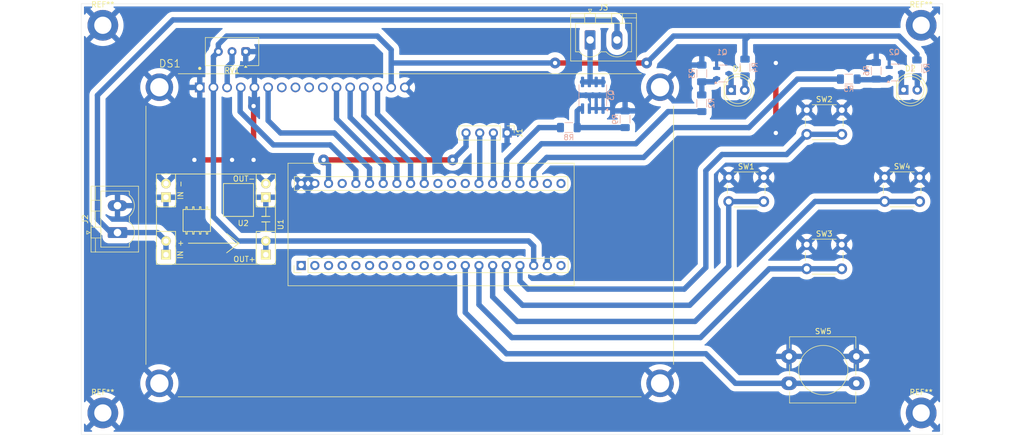
<source format=kicad_pcb>
(kicad_pcb (version 20240108) (generator "pcbnew") (generator_version "8.0")
  (layers (0 "F.Cu" signal) (31 "B.Cu" signal) (34 "B.Paste" user) (35 "F.Paste" user) (36 "B.SilkS" user "B.Silkscreen") (37 "F.SilkS" user "F.Silkscreen") (38 "B.Mask" user) (39 "F.Mask" user) (44 "Edge.Cuts" user))
  (net 0 "")
  (net 1 "Net-(D1-A)")
  (net 2 "Net-(D1-K)")
  (net 3 "Net-(D2-A)")
  (net 4 "Net-(D2-K)")
  (net 5 "+5V")
  (net 7 "GND")
  (net 9 "Net-(DS1-V0)")
  (net 12 "+12V")
  (net 13 "Net-(Q1-B)")
  (net 14 "Net-(Q2-B)")
  (net 15 "Net-(Q3-G)")
  (net 16 "led1")
  (net 17 "led2")
  (net 18 "out")
  (net 24 "sw5")
  (net 25 "sw4")
  (net 26 "sw1")
  (net 27 "sw2")
  (net 28 "sw3")
  (net 29 "lcd4")
  (net 30 "lcdRS")
  (net 31 "lcd7")
  (net 32 "lcd6")
  (net 33 "lcd5")
  (net 34 "lcdE")
  (net 37 "Net-(J3-Pin_1)")
  (net 38 "hx711_sck")
  (net 39 "hx711_dt")
  (net 51 "Net-(J1-Pin_4)")
  (footprint "Connector_Phoenix_MSTB:PhoenixContact_MSTBVA_2,5_2-G_1x02_P5.00mm_Vertical" (layer "F.Cu") (at 144.5 76.7225)
    (property "Reference" "J3" (at 2.5 -6 0) (layer "F.SilkS"))
    (property "Value" "Conn_01x02_Pin")
    (pad "1" thru_hole roundrect (at 0 0) (size 2 3.6) (drill 1.4) (layers "*.Cu" "*.Mask") (roundrect_rratio 0.125) (net 37 "Net-(J3-Pin_1)"))
    (pad "2" thru_hole oval (at 5 0) (size 2 3.6) (drill 1.4) (layers "*.Cu" "*.Mask") (net 12 "+12V"))
  )
  (footprint "Misc_Modules:MP1584" (layer "F.Cu") (at 75 110)
    (property "Reference" "U2" (at 5.08 0.762 0) (layer "F.SilkS"))
    (property "Value" "MP1584")
    (fp_text user "IN +" (at -6.604 5.63372 90) (layer "F.SilkS"))
    (fp_text user "IN -" (at -6.56336 -5.37972 90) (layer "F.SilkS"))
    (fp_text user "OUT+" (at 5.3086 7.45236 0) (layer "F.SilkS"))
    (fp_text user "OUT-" (at 5.2324 -7.493 0) (layer "F.SilkS"))
    (pad "1" thru_hole circle (at -9.271 4.064) (size 1.8 1.8) (drill 1) (layers "*.Cu" "*.Mask" "F.SilkS") (net 12 "+12V"))
    (pad "1" thru_hole rect (at -9.271 6.604) (size 1.8 1.8) (drill 1) (layers "*.Cu" "*.Mask" "F.SilkS") (net 12 "+12V"))
    (pad "2" thru_hole circle (at -9.271 -6.604) (size 1.8 1.8) (drill 1) (layers "*.Cu" "*.Mask" "F.SilkS") (net 7 "GND"))
    (pad "2" thru_hole rect (at -9.271 -4.064) (size 1.8 1.8) (drill 1) (layers "*.Cu" "*.Mask" "F.SilkS") (net 7 "GND"))
    (pad "3" thru_hole circle (at 9.271 4.064) (size 1.8 1.8) (drill 1) (layers "*.Cu" "*.Mask" "F.SilkS") (net 5 "+5V"))
    (pad "3" thru_hole rect (at 9.271 6.604) (size 1.8 1.8) (drill 1) (layers "*.Cu" "*.Mask" "F.SilkS") (net 5 "+5V"))
    (pad "4" thru_hole circle (at 9.271 -6.604) (size 1.8 1.8) (drill 1) (layers "*.Cu" "*.Mask" "F.SilkS") (net 7 "GND"))
    (pad "4" thru_hole rect (at 9.271 -4.064) (size 1.8 1.8) (drill 1) (layers "*.Cu" "*.Mask" "F.SilkS") (net 7 "GND"))
  )
  (footprint "Connector_PinHeader_2.54mm:PinHeader_1x04_P2.54mm_Vertical" (layer "F.Cu") (at 129.08 94 -90)
    (property "Reference" "J1" (at 0 -2.33 90) (layer "F.SilkS"))
    (property "Value" "Conn_01x04_Pin")
    (pad "1" thru_hole rect (at 0 0 270) (size 1.7 1.7) (drill 1) (layers "*.Cu" "*.Mask") (net 7 "GND"))
    (pad "2" thru_hole oval (at 0 2.54 270) (size 1.7 1.7) (drill 1) (layers "*.Cu" "*.Mask") (net 39 "hx711_dt"))
    (pad "3" thru_hole oval (at 0 5.08 270) (size 1.7 1.7) (drill 1) (layers "*.Cu" "*.Mask") (net 38 "hx711_sck"))
    (pad "4" thru_hole oval (at 0 7.62 270) (size 1.7 1.7) (drill 1) (layers "*.Cu" "*.Mask") (net 51 "Net-(J1-Pin_4)"))
  )
  (footprint "Button_Switch_THT:SW_PUSH_6mm_H5mm" (layer "F.Cu") (at 199.215613 102.223081)
    (property "Reference" "SW4" (at 3.25 -2 0) (layer "F.SilkS"))
    (property "Value" "SW_Push")
    (pad "1" thru_hole circle (at 0 0 90) (size 2 2) (drill 1.1) (layers "*.Cu" "*.Mask") (net 7 "GND"))
    (pad "1" thru_hole circle (at 6.5 0 90) (size 2 2) (drill 1.1) (layers "*.Cu" "*.Mask") (net 7 "GND"))
    (pad "2" thru_hole circle (at 0 4.5 90) (size 2 2) (drill 1.1) (layers "*.Cu" "*.Mask") (net 25 "sw4"))
    (pad "2" thru_hole circle (at 6.5 4.5 90) (size 2 2) (drill 1.1) (layers "*.Cu" "*.Mask") (net 25 "sw4"))
  )
  (footprint "Button_Switch_THT:SW_PUSH_6mm_H5mm" (layer "F.Cu") (at 184.75 89.75)
    (property "Reference" "SW2" (at 3.25 -2 0) (layer "F.SilkS"))
    (property "Value" "SW_Push")
    (pad "1" thru_hole circle (at 0 0 90) (size 2 2) (drill 1.1) (layers "*.Cu" "*.Mask") (net 7 "GND"))
    (pad "1" thru_hole circle (at 6.5 0 90) (size 2 2) (drill 1.1) (layers "*.Cu" "*.Mask") (net 7 "GND"))
    (pad "2" thru_hole circle (at 0 4.5 90) (size 2 2) (drill 1.1) (layers "*.Cu" "*.Mask") (net 27 "sw2"))
    (pad "2" thru_hole circle (at 6.5 4.5 90) (size 2 2) (drill 1.1) (layers "*.Cu" "*.Mask") (net 27 "sw2"))
  )
  (footprint "MountingHole:MountingHole_3.2mm_M3_ISO7380_Pad_TopBottom" (layer "F.Cu") (at 54 74)
    (property "Reference" "REF**" (at 0 -3.85 0) (layer "F.SilkS"))
    (property "Value" "MountingHole_3.2mm_M3_ISO7380_Pad_TopBottom")
    (pad "1" thru_hole circle (at 0 0) (size 3.6 3.6) (drill 3.2) (layers "*.Cu" "*.Mask"))
    (pad "1" connect circle (at 0 0) (size 5.7 5.7) (layers "F.Cu" "F.Mask"))
    (pad "1" connect circle (at 0 0) (size 5.7 5.7) (layers "B.Cu" "B.Mask") (net 7 "GND"))
  )
  (footprint "LED_THT:LED_D5.0mm" (layer "F.Cu") (at 202.73374 85.987104)
    (property "Reference" "D2" (at 1.27 -3.96 0) (layer "F.SilkS"))
    (property "Value" "LED")
    (pad "1" thru_hole rect (at 0 0) (size 1.8 1.8) (drill 0.9) (layers "*.Cu" "*.Mask") (net 4 "Net-(D2-K)"))
    (pad "2" thru_hole circle (at 2.54 0) (size 1.8 1.8) (drill 0.9) (layers "*.Cu" "*.Mask") (net 3 "Net-(D2-A)"))
  )
  (footprint "Connector_Phoenix_MSTB:PhoenixContact_MSTBVA_2,5_2-G_1x02_P5.00mm_Vertical" (layer "F.Cu") (at 56.7225 112.5 90)
    (property "Reference" "J2" (at 2.5 -6 90) (layer "F.SilkS"))
    (property "Value" "Conn_01x02_Pin")
    (pad "1" thru_hole roundrect (at 0 0 90) (size 2 3.6) (drill 1.4) (layers "*.Cu" "*.Mask") (roundrect_rratio 0.125) (net 12 "+12V"))
    (pad "2" thru_hole oval (at 5 0 90) (size 2 3.6) (drill 1.4) (layers "*.Cu" "*.Mask") (net 7 "GND"))
  )
  (footprint "Button_Switch_THT:SW_PUSH_6mm_H5mm" (layer "F.Cu") (at 184.739674 114.727647)
    (property "Reference" "SW3" (at 3.25 -2 0) (layer "F.SilkS"))
    (property "Value" "SW_Push")
    (pad "1" thru_hole circle (at 0 0 90) (size 2 2) (drill 1.1) (layers "*.Cu" "*.Mask") (net 7 "GND"))
    (pad "1" thru_hole circle (at 6.5 0 90) (size 2 2) (drill 1.1) (layers "*.Cu" "*.Mask") (net 7 "GND"))
    (pad "2" thru_hole circle (at 0 4.5 90) (size 2 2) (drill 1.1) (layers "*.Cu" "*.Mask") (net 28 "sw3"))
    (pad "2" thru_hole circle (at 6.5 4.5 90) (size 2 2) (drill 1.1) (layers "*.Cu" "*.Mask") (net 28 "sw3"))
  )
  (footprint "Potentiometer_THT:Potentiometer_Vishay_T93YA_Vertical" (layer "F.Cu") (at 80.54 78.8875 180)
    (property "Reference" "RV1" (at 2.54 -3.5 0) (layer "F.SilkS"))
    (property "Value" "R_Potentiometer")
    (pad "1" thru_hole roundrect (at 0 0 180) (size 1.65 1.65) (drill 0.85) (layers "*.Cu" "*.Mask") (net 7 "GND"))
    (pad "2" thru_hole circle (at 2.54 0 180) (size 1.65 1.65) (drill 0.85) (layers "*.Cu" "*.Mask") (net 9 "Net-(DS1-V0)"))
    (pad "3" thru_hole circle (at 5.08 0 180) (size 1.65 1.65) (drill 0.85) (layers "*.Cu" "*.Mask") (net 5 "+5V"))
  )
  (footprint "MountingHole:MountingHole_3.2mm_M3_ISO7380_Pad_TopBottom" (layer "F.Cu") (at 206 74)
    (property "Reference" "REF**" (at 0 -3.85 0) (layer "F.SilkS"))
    (property "Value" "MountingHole_3.2mm_M3_ISO7380_Pad_TopBottom")
    (pad "1" thru_hole circle (at 0 0) (size 3.6 3.6) (drill 3.2) (layers "*.Cu" "*.Mask"))
    (pad "1" connect circle (at 0 0) (size 5.7 5.7) (layers "F.Cu" "F.Mask"))
    (pad "1" connect circle (at 0 0) (size 5.7 5.7) (layers "B.Cu" "B.Mask") (net 7 "GND"))
  )
  (footprint "MountingHole:MountingHole_3.2mm_M3_ISO7380_Pad_TopBottom" (layer "F.Cu") (at 206 146)
    (property "Reference" "REF**" (at 0 -3.85 0) (layer "F.SilkS"))
    (property "Value" "MountingHole_3.2mm_M3_ISO7380_Pad_TopBottom")
    (pad "1" thru_hole circle (at 0 0) (size 3.6 3.6) (drill 3.2) (layers "*.Cu" "*.Mask"))
    (pad "1" connect circle (at 0 0) (size 5.7 5.7) (layers "F.Cu" "F.Mask"))
    (pad "1" connect circle (at 0 0) (size 5.7 5.7) (layers "B.Cu" "B.Mask") (net 7 "GND"))
  )
  (footprint "lcd20x4:LCD_LCD-20X4B" (layer "F.Cu") (at 111 113)
    (property "Reference" "DS1" (at -44.555 -31.889 0) (layer "F.SilkS") (effects (font (size 1.4 1.4))))
    (property "Value" "LCD-20X4B")
    (pad "1" thru_hole rect (at -39 -27.46) (size 1.8 1.8) (drill 1.2) (layers "*.Cu" "*.Mask") (net 7 "GND"))
    (pad "2" thru_hole circle (at -36.46 -27.46) (size 1.8 1.8) (drill 1.2) (layers "*.Cu" "*.Mask") (net 5 "+5V"))
    (pad "3" thru_hole circle (at -33.92 -27.46) (size 1.8 1.8) (drill 1.2) (layers "*.Cu" "*.Mask") (net 9 "Net-(DS1-V0)"))
    (pad "4" thru_hole circle (at -31.38 -27.46) (size 1.8 1.8) (drill 1.2) (layers "*.Cu" "*.Mask") (net 30 "lcdRS"))
    (pad "5" thru_hole circle (at -28.84 -27.46) (size 1.8 1.8) (drill 1.2) (layers "*.Cu" "*.Mask") (net 7 "GND"))
    (pad "6" thru_hole circle (at -26.3 -27.46) (size 1.8 1.8) (drill 1.2) (layers "*.Cu" "*.Mask") (net 34 "lcdE"))
    (pad "7" thru_hole circle (at -23.76 -27.46) (size 1.8 1.8) (drill 1.2) (layers "*.Cu" "*.Mask"))
    (pad "8" thru_hole circle (at -21.22 -27.46) (size 1.8 1.8) (drill 1.2) (layers "*.Cu" "*.Mask"))
    (pad "9" thru_hole circle (at -18.68 -27.46) (size 1.8 1.8) (drill 1.2) (layers "*.Cu" "*.Mask"))
    (pad "10" thru_hole circle (at -16.14 -27.46) (size 1.8 1.8) (drill 1.2) (layers "*.Cu" "*.Mask"))
    (pad "11" thru_hole circle (at -13.6 -27.46) (size 1.8 1.8) (drill 1.2) (layers "*.Cu" "*.Mask") (net 29 "lcd4"))
    (pad "12" thru_hole circle (at -11.06 -27.46) (size 1.8 1.8) (drill 1.2) (layers "*.Cu" "*.Mask") (net 33 "lcd5"))
    (pad "13" thru_hole circle (at -8.52 -27.46) (size 1.8 1.8) (drill 1.2) (layers "*.Cu" "*.Mask") (net 32 "lcd6"))
    (pad "14" thru_hole circle (at -5.98 -27.46) (size 1.8 1.8) (drill 1.2) (layers "*.Cu" "*.Mask") (net 31 "lcd7"))
    (pad "15" thru_hole circle (at -3.44 -27.46) (size 1.8 1.8) (drill 1.2) (layers "*.Cu" "*.Mask") (net 5 "+5V"))
    (pad "16" thru_hole circle (at -0.9 -27.46) (size 1.8 1.8) (drill 1.2) (layers "*.Cu" "*.Mask") (net 7 "GND"))
    (pad "S1" thru_hole circle (at -46.5 -27.5) (size 5.1 5.1) (drill 3.4) (layers "*.Cu" "*.Mask") (net 7 "GND"))
    (pad "S2" thru_hole circle (at 46.5 -27.5) (size 5.1 5.1) (drill 3.4) (layers "*.Cu" "*.Mask") (net 7 "GND"))
    (pad "S3" thru_hole circle (at -46.5 27.5) (size 5.1 5.1) (drill 3.4) (layers "*.Cu" "*.Mask") (net 7 "GND"))
    (pad "S4" thru_hole circle (at 46.5 27.5) (size 5.1 5.1) (drill 3.4) (layers "*.Cu" "*.Mask") (net 7 "GND"))
  )
  (footprint "LED_THT:LED_D5.0mm" (layer "F.Cu") (at 170.687824 86.03579)
    (property "Reference" "D1" (at 1.27 -3.96 0) (layer "F.SilkS"))
    (property "Value" "LED")
    (pad "1" thru_hole rect (at 0 0) (size 1.8 1.8) (drill 0.9) (layers "*.Cu" "*.Mask") (net 2 "Net-(D1-K)"))
    (pad "2" thru_hole circle (at 2.54 0) (size 1.8 1.8) (drill 0.9) (layers "*.Cu" "*.Mask") (net 1 "Net-(D1-A)"))
  )
  (footprint "MountingHole:MountingHole_3.2mm_M3_ISO7380_Pad_TopBottom" (layer "F.Cu") (at 54 146)
    (property "Reference" "REF**" (at 0 -3.85 0) (layer "F.SilkS"))
    (property "Value" "MountingHole_3.2mm_M3_ISO7380_Pad_TopBottom")
    (pad "1" thru_hole circle (at 0 0) (size 3.6 3.6) (drill 3.2) (layers "*.Cu" "*.Mask"))
    (pad "1" connect circle (at 0 0) (size 5.7 5.7) (layers "F.Cu" "F.Mask"))
    (pad "1" connect circle (at 0 0) (size 5.7 5.7) (layers "B.Cu" "B.Mask") (net 7 "GND"))
  )
  (footprint "Button_Switch_THT:SW_PUSH-12mm_Wuerth-430476085716" (layer "F.Cu") (at 181.4508 135.5)
    (property "Reference" "SW5" (at 6.35 -4.66 0) (layer "F.SilkS"))
    (property "Value" "SW_Push")
    (pad "1" thru_hole oval (at 0 0) (size 3 2.5) (drill 1.2) (layers "*.Cu" "*.Mask") (net 7 "GND"))
    (pad "1" thru_hole oval (at 12.5 0) (size 3 2.5) (drill 1.2) (layers "*.Cu" "*.Mask") (net 7 "GND"))
    (pad "2" thru_hole oval (at 0 5) (size 3 2.5) (drill 1.2) (layers "*.Cu" "*.Mask") (net 24 "sw5"))
    (pad "2" thru_hole oval (at 12.5 5) (size 3 2.5) (drill 1.2) (layers "*.Cu" "*.Mask") (net 24 "sw5"))
  )
  (footprint "bluepill:YAAJ_BluePill_2" (layer "F.Cu") (at 90.84 118.62 90)
    (property "Reference" "U1" (at 7.62 -3.81 90) (layer "F.SilkS"))
    (property "Value" "YAAJ_BluePill_Part_Like" (hide yes))
    (pad "1" thru_hole rect (at 0 0 90) (size 1.7 1.7) (drill 1) (layers "*.Cu" "*.Mask"))
    (pad "2" thru_hole circle (at 0 2.54 90) (size 1.7 1.7) (drill 1) (layers "*.Cu" "*.Mask"))
    (pad "3" thru_hole circle (at 0 5.08 90) (size 1.7 1.7) (drill 1) (layers "*.Cu" "*.Mask"))
    (pad "4" thru_hole circle (at 0 7.62 90) (size 1.7 1.7) (drill 1) (layers "*.Cu" "*.Mask"))
    (pad "5" thru_hole circle (at 0 10.16 90) (size 1.7 1.7) (drill 1) (layers "*.Cu" "*.Mask"))
    (pad "6" thru_hole circle (at 0 12.7 90) (size 1.7 1.7) (drill 1) (layers "*.Cu" "*.Mask"))
    (pad "7" thru_hole circle (at 0 15.24 90) (size 1.7 1.7) (drill 1) (layers "*.Cu" "*.Mask"))
    (pad "8" thru_hole circle (at 0 17.78 90) (size 1.7 1.7) (drill 1) (layers "*.Cu" "*.Mask"))
    (pad "9" thru_hole circle (at 0 20.32 90) (size 1.7 1.7) (drill 1) (layers "*.Cu" "*.Mask"))
    (pad "10" thru_hole circle (at 0 22.86 90) (size 1.7 1.7) (drill 1) (layers "*.Cu" "*.Mask"))
    (pad "11" thru_hole circle (at 0 25.4 90) (size 1.7 1.7) (drill 1) (layers "*.Cu" "*.Mask"))
    (pad "12" thru_hole circle (at 0 27.94 90) (size 1.7 1.7) (drill 1) (layers "*.Cu" "*.Mask"))
    (pad "13" thru_hole circle (at 0 30.48 90) (size 1.7 1.7) (drill 1) (layers "*.Cu" "*.Mask") (net 24 "sw5"))
    (pad "14" thru_hole circle (at 0 33.02 90) (size 1.7 1.7) (drill 1) (layers "*.Cu" "*.Mask") (net 28 "sw3"))
    (pad "15" thru_hole circle (at 0 35.56 90) (size 1.7 1.7) (drill 1) (layers "*.Cu" "*.Mask") (net 25 "sw4"))
    (pad "16" thru_hole circle (at 0 38.1 90) (size 1.7 1.7) (drill 1) (layers "*.Cu" "*.Mask") (net 26 "sw1"))
    (pad "17" thru_hole circle (at 0 40.64 90) (size 1.7 1.7) (drill 1) (layers "*.Cu" "*.Mask") (net 27 "sw2"))
    (pad "18" thru_hole circle (at 0 43.18 90) (size 1.7 1.7) (drill 1) (layers "*.Cu" "*.Mask") (net 5 "+5V"))
    (pad "19" thru_hole circle (at 0 45.72 90) (size 1.7 1.7) (drill 1) (layers "*.Cu" "*.Mask") (net 7 "GND"))
    (pad "20" thru_hole circle (at 0 48.26 90) (size 1.7 1.7) (drill 1) (layers "*.Cu" "*.Mask"))
    (pad "21" thru_hole circle (at 15.24 48.26 90) (size 1.7 1.7) (drill 1) (layers "*.Cu" "*.Mask"))
    (pad "22" thru_hole circle (at 15.24 45.72 90) (size 1.7 1.7) (drill 1) (layers "*.Cu" "*.Mask"))
    (pad "23" thru_hole circle (at 15.24 43.18 90) (size 1.7 1.7) (drill 1) (layers "*.Cu" "*.Mask") (net 17 "led2"))
    (pad "24" thru_hole circle (at 15.24 40.64 90) (size 1.7 1.7) (drill 1) (layers "*.Cu" "*.Mask") (net 16 "led1"))
    (pad "25" thru_hole circle (at 15.24 38.1 90) (size 1.7 1.7) (drill 1) (layers "*.Cu" "*.Mask") (net 18 "out"))
    (pad "26" thru_hole circle (at 15.24 35.56 90) (size 1.7 1.7) (drill 1) (layers "*.Cu" "*.Mask") (net 39 "hx711_dt"))
    (pad "27" thru_hole circle (at 15.24 33.02 90) (size 1.7 1.7) (drill 1) (layers "*.Cu" "*.Mask") (net 38 "hx711_sck"))
    (pad "28" thru_hole circle (at 15.24 30.48 90) (size 1.7 1.7) (drill 1) (layers "*.Cu" "*.Mask"))
    (pad "29" thru_hole circle (at 15.24 27.94 90) (size 1.7 1.7) (drill 1) (layers "*.Cu" "*.Mask"))
    (pad "30" thru_hole circle (at 15.24 25.4 90) (size 1.7 1.7) (drill 1) (layers "*.Cu" "*.Mask"))
    (pad "31" thru_hole circle (at 15.24 22.86 90) (size 1.7 1.7) (drill 1) (layers "*.Cu" "*.Mask") (net 31 "lcd7"))
    (pad "32" thru_hole circle (at 15.24 20.32 90) (size 1.7 1.7) (drill 1) (layers "*.Cu" "*.Mask") (net 32 "lcd6"))
    (pad "33" thru_hole circle (at 15.24 17.78 90) (size 1.7 1.7) (drill 1) (layers "*.Cu" "*.Mask") (net 33 "lcd5"))
    (pad "34" thru_hole circle (at 15.24 15.24 90) (size 1.7 1.7) (drill 1) (layers "*.Cu" "*.Mask") (net 29 "lcd4"))
    (pad "35" thru_hole circle (at 15.24 12.7 90) (size 1.7 1.7) (drill 1) (layers "*.Cu" "*.Mask") (net 34 "lcdE"))
    (pad "36" thru_hole circle (at 15.24 10.16 90) (size 1.7 1.7) (drill 1) (layers "*.Cu" "*.Mask") (net 30 "lcdRS"))
    (pad "37" thru_hole circle (at 15.24 7.62 90) (size 1.7 1.7) (drill 1) (layers "*.Cu" "*.Mask"))
    (pad "38" thru_hole circle (at 15.24 5.08 90) (size 1.7 1.7) (drill 1) (layers "*.Cu" "*.Mask") (net 51 "Net-(J1-Pin_4)"))
    (pad "39" thru_hole circle (at 15.24 2.54 90) (size 1.7 1.7) (drill 1) (layers "*.Cu" "*.Mask") (net 7 "GND"))
    (pad "40" thru_hole circle (at 15.24 0 90) (size 1.7 1.7) (drill 1) (layers "*.Cu" "*.Mask") (net 7 "GND"))
  )
  (footprint "Button_Switch_THT:SW_PUSH_6mm_H5mm" (layer "F.Cu") (at 170.249421 102.238917)
    (property "Reference" "SW1" (at 3.25 -2 0) (layer "F.SilkS"))
    (property "Value" "SW_Push")
    (pad "1" thru_hole circle (at 0 0 90) (size 2 2) (drill 1.1) (layers "*.Cu" "*.Mask") (net 7 "GND"))
    (pad "1" thru_hole circle (at 6.5 0 90) (size 2 2) (drill 1.1) (layers "*.Cu" "*.Mask") (net 7 "GND"))
    (pad "2" thru_hole circle (at 0 4.5 90) (size 2 2) (drill 1.1) (layers "*.Cu" "*.Mask") (net 26 "sw1"))
    (pad "2" thru_hole circle (at 6.5 4.5 90) (size 2 2) (drill 1.1) (layers "*.Cu" "*.Mask") (net 26 "sw1"))
  )
  (footprint "Resistor_SMD:R_1206_3216Metric_Pad1.30x1.75mm_HandSolder" (layer "B.Cu") (at 173.278178 81.841584 90)
    (property "Reference" "R4" (at 0 1.82 90) (layer "B.SilkS") (effects (justify mirror)))
    (property "Value" "R")
    (pad "1" smd roundrect (at -1.55 0 90) (size 1.3 1.75) (layers "B.Cu" "B.Paste" "B.Mask") (roundrect_rratio 0.192308) (net 1 "Net-(D1-A)"))
    (pad "2" smd roundrect (at 1.55 0 90) (size 1.3 1.75) (layers "B.Cu" "B.Paste" "B.Mask") (roundrect_rratio 0.192308) (net 5 "+5V"))
  )
  (footprint "Resistor_SMD:R_1206_3216Metric_Pad1.30x1.75mm_HandSolder" (layer "B.Cu") (at 205.205679 81.989769 90)
    (property "Reference" "R7" (at 0 1.82 90) (layer "B.SilkS") (effects (justify mirror)))
    (property "Value" "R")
    (pad "1" smd roundrect (at -1.55 0 90) (size 1.3 1.75) (layers "B.Cu" "B.Paste" "B.Mask") (roundrect_rratio 0.192308) (net 3 "Net-(D2-A)"))
    (pad "2" smd roundrect (at 1.55 0 90) (size 1.3 1.75) (layers "B.Cu" "B.Paste" "B.Mask") (roundrect_rratio 0.192308) (net 5 "+5V"))
  )
  (footprint "Resistor_SMD:R_1206_3216Metric_Pad1.30x1.75mm_HandSolder" (layer "B.Cu") (at 192.55 84)
    (property "Reference" "R5" (at 0 1.82 0) (layer "B.SilkS") (effects (justify mirror)))
    (property "Value" "R")
    (pad "1" smd roundrect (at -1.55 0) (size 1.3 1.75) (layers "B.Cu" "B.Paste" "B.Mask") (roundrect_rratio 0.192308) (net 17 "led2"))
    (pad "2" smd roundrect (at 1.55 0) (size 1.3 1.75) (layers "B.Cu" "B.Paste" "B.Mask") (roundrect_rratio 0.192308) (net 14 "Net-(Q2-B)"))
  )
  (footprint "Resistor_SMD:R_1206_3216Metric_Pad1.30x1.75mm_HandSolder" (layer "B.Cu") (at 165.248733 82.937803 -90)
    (property "Reference" "R3" (at 0 1.82 90) (layer "B.SilkS") (effects (justify mirror)))
    (property "Value" "R")
    (pad "1" smd roundrect (at -1.55 0 270) (size 1.3 1.75) (layers "B.Cu" "B.Paste" "B.Mask") (roundrect_rratio 0.192308) (net 7 "GND"))
    (pad "2" smd roundrect (at 1.55 0 270) (size 1.3 1.75) (layers "B.Cu" "B.Paste" "B.Mask") (roundrect_rratio 0.192308) (net 13 "Net-(Q1-B)"))
  )
  (footprint "Package_TO_SOT_SMD:SOT-23-3" (layer "B.Cu") (at 201.194491 82.768519)
    (property "Reference" "Q2" (at -0.194491 -3.768519 0) (layer "B.SilkS") (effects (justify mirror)))
    (property "Value" "Q_NPN_BEC")
    (pad "1" smd roundrect (at -1.1375 0.95) (size 1.325 0.6) (layers "B.Cu" "B.Paste" "B.Mask") (net 14 "Net-(Q2-B)"))
    (pad "2" smd roundrect (at -1.1375 -0.95) (size 1.325 0.6) (layers "B.Cu" "B.Paste" "B.Mask") (net 7 "GND"))
    (pad "3" smd roundrect (at 1.1375 0) (size 1.325 0.6) (layers "B.Cu" "B.Paste" "B.Mask") (net 4 "Net-(D2-K)"))
  )
  (footprint "Package_TO_SOT_SMD:SOT-23-3" (layer "B.Cu") (at 169.1375 82.95)
    (property "Reference" "Q1" (at -0.1375 -3.95 0) (layer "B.SilkS") (effects (justify mirror)))
    (property "Value" "Q_NPN_BEC")
    (pad "1" smd roundrect (at -1.1375 0.95) (size 1.325 0.6) (layers "B.Cu" "B.Paste" "B.Mask") (net 13 "Net-(Q1-B)"))
    (pad "2" smd roundrect (at -1.1375 -0.95) (size 1.325 0.6) (layers "B.Cu" "B.Paste" "B.Mask") (net 7 "GND"))
    (pad "3" smd roundrect (at 1.1375 0) (size 1.325 0.6) (layers "B.Cu" "B.Paste" "B.Mask") (net 2 "Net-(D1-K)"))
  )
  (footprint "Package_SO:SOIC-8_3.9x4.9mm_P1.27mm" (layer "B.Cu") (at 145 87 90)
    (property "Reference" "Q3" (at 0 3.4 90) (layer "B.SilkS") (effects (justify mirror)))
    (property "Value" "FDS6630A")
    (pad "1" smd roundrect (at -2.475 1.905 90) (size 1.95 0.6) (layers "B.Cu" "B.Paste" "B.Mask") (net 7 "GND"))
    (pad "2" smd roundrect (at -2.475 0.635 90) (size 1.95 0.6) (layers "B.Cu" "B.Paste" "B.Mask") (net 7 "GND"))
    (pad "3" smd roundrect (at -2.475 -0.635 90) (size 1.95 0.6) (layers "B.Cu" "B.Paste" "B.Mask") (net 7 "GND"))
    (pad "4" smd roundrect (at -2.475 -1.905 90) (size 1.95 0.6) (layers "B.Cu" "B.Paste" "B.Mask") (net 15 "Net-(Q3-G)"))
    (pad "5" smd roundrect (at 2.475 -1.905 90) (size 1.95 0.6) (layers "B.Cu" "B.Paste" "B.Mask") (net 37 "Net-(J3-Pin_1)"))
    (pad "6" smd roundrect (at 2.475 -0.635 90) (size 1.95 0.6) (layers "B.Cu" "B.Paste" "B.Mask") (net 37 "Net-(J3-Pin_1)"))
    (pad "7" smd roundrect (at 2.475 0.635 90) (size 1.95 0.6) (layers "B.Cu" "B.Paste" "B.Mask") (net 37 "Net-(J3-Pin_1)"))
    (pad "8" smd roundrect (at 2.475 1.905 90) (size 1.95 0.6) (layers "B.Cu" "B.Paste" "B.Mask") (net 37 "Net-(J3-Pin_1)"))
  )
  (footprint "Resistor_SMD:R_1206_3216Metric_Pad1.30x1.75mm_HandSolder" (layer "B.Cu") (at 140.55 93)
    (property "Reference" "R8" (at 0 1.82 0) (layer "B.SilkS") (effects (justify mirror)))
    (property "Value" "R")
    (pad "1" smd roundrect (at -1.55 0) (size 1.3 1.75) (layers "B.Cu" "B.Paste" "B.Mask") (roundrect_rratio 0.192308) (net 18 "out"))
    (pad "2" smd roundrect (at 1.55 0) (size 1.3 1.75) (layers "B.Cu" "B.Paste" "B.Mask") (roundrect_rratio 0.192308) (net 15 "Net-(Q3-G)"))
  )
  (footprint "Resistor_SMD:R_1206_3216Metric_Pad1.30x1.75mm_HandSolder" (layer "B.Cu") (at 151 91.45 -90)
    (property "Reference" "R9" (at 0 1.82 90) (layer "B.SilkS") (effects (justify mirror)))
    (property "Value" "R")
    (pad "1" smd roundrect (at -1.55 0 270) (size 1.3 1.75) (layers "B.Cu" "B.Paste" "B.Mask") (roundrect_rratio 0.192308) (net 7 "GND"))
    (pad "2" smd roundrect (at 1.55 0 270) (size 1.3 1.75) (layers "B.Cu" "B.Paste" "B.Mask") (roundrect_rratio 0.192308) (net 15 "Net-(Q3-G)"))
  )
  (footprint "Resistor_SMD:R_1206_3216Metric_Pad1.30x1.75mm_HandSolder" (layer "B.Cu") (at 165.234373 88.477908 90)
    (property "Reference" "R2" (at 0 1.82 90) (layer "B.SilkS") (effects (justify mirror)))
    (property "Value" "R")
    (pad "1" smd roundrect (at -1.55 0 90) (size 1.3 1.75) (layers "B.Cu" "B.Paste" "B.Mask") (roundrect_rratio 0.192308) (net 16 "led1"))
    (pad "2" smd roundrect (at 1.55 0 90) (size 1.3 1.75) (layers "B.Cu" "B.Paste" "B.Mask") (roundrect_rratio 0.192308) (net 13 "Net-(Q1-B)"))
  )
  (footprint "Resistor_SMD:R_1206_3216Metric_Pad1.30x1.75mm_HandSolder" (layer "B.Cu") (at 197.645476 82.45 -90)
    (property "Reference" "R6" (at 0 1.82 90) (layer "B.SilkS") (effects (justify mirror)))
    (property "Value" "R")
    (pad "1" smd roundrect (at -1.55 0 270) (size 1.3 1.75) (layers "B.Cu" "B.Paste" "B.Mask") (roundrect_rratio 0.192308) (net 7 "GND"))
    (pad "2" smd roundrect (at 1.55 0 270) (size 1.3 1.75) (layers "B.Cu" "B.Paste" "B.Mask") (roundrect_rratio 0.192308) (net 14 "Net-(Q2-B)"))
  )
  (gr_line (start 50 70) (end 50 150) (stroke (width 0.05)) (layer "Edge.Cuts"))
  (gr_line (start 210 150) (end 210 70) (stroke (width 0.05)) (layer "Edge.Cuts"))
  (gr_line (start 210 70) (end 50 70) (stroke (width 0.05)) (layer "Edge.Cuts"))
  (gr_line (start 50 150) (end 210 150) (stroke (width 0.05)) (layer "Edge.Cuts"))
  (segment (start 173.278178 85.985436) (end 173.227824 86.03579) (width 1) (layer "B.Cu") (net 1))
  (segment (start 173.278178 83.391584) (end 173.278178 85.985436) (width 1) (layer "B.Cu") (net 1))
  (segment (start 170.687824 83.362824) (end 170.687824 86.03579) (width 1) (layer "B.Cu") (net 2))
  (segment (start 170.275 82.95) (end 170.687824 83.362824) (width 1) (layer "B.Cu") (net 2))
  (segment (start 205.27374 83.60783) (end 205.205679 83.539769) (width 1) (layer "B.Cu") (net 3))
  (segment (start 205.27374 85.987104) (end 205.27374 83.60783) (width 1) (layer "B.Cu") (net 3))
  (segment (start 202.331991 82.768519) (end 202.331991 85.585355) (width 1) (layer "B.Cu") (net 4))
  (segment (start 202.331991 85.585355) (end 202.73374 85.987104) (width 1) (layer "B.Cu") (net 4))
  (segment (start 155 81) (end 138 81) (width 1) (layer "F.Cu") (net 5))
  (via (at 155 81) (size 2) (drill 0.8) (layers "F.Cu" "B.Cu") (net 5))
  (via (at 138 81) (size 2) (drill 0.8) (layers "F.Cu" "B.Cu") (net 5))
  (segment (start 201.848171 76) (end 205.205679 79.357508) (width 1) (layer "B.Cu") (net 5))
  (segment (start 74.54 79.8075) (end 75.46 78.8875) (width 1) (layer "B.Cu") (net 5))
  (segment (start 105 76) (end 107.56 78.56) (width 1) (layer "B.Cu") (net 5))
  (segment (start 173.278178 76.721822) (end 174 76) (width 1) (layer "B.Cu") (net 5))
  (segment (start 133.064 114.064) (end 84.271 114.064) (width 1) (layer "B.Cu") (net 5))
  (segment (start 174 76) (end 201.848171 76) (width 1) (layer "B.Cu") (net 5))
  (segment (start 134.02 115.02) (end 133.064 114.064) (width 1) (layer "B.Cu") (net 5))
  (segment (start 84.271 114.064) (end 84.271 116.604) (width 1) (layer "B.Cu") (net 5))
  (segment (start 75.46 78.8875) (end 75.46 77.54) (width 1) (layer "B.Cu") (net 5))
  (segment (start 205.205679 79.357508) (end 205.205679 80.439769) (width 1) (layer "B.Cu") (net 5))
  (segment (start 74.54 85.54) (end 74.54 109.54) (width 1) (layer "B.Cu") (net 5))
  (segment (start 160 76) (end 174 76) (width 1) (layer "B.Cu") (net 5))
  (segment (start 77 76) (end 105 76) (width 1) (layer "B.Cu") (net 5))
  (segment (start 107.56 78.56) (end 107.56 81) (width 1) (layer "B.Cu") (net 5))
  (segment (start 75.46 77.54) (end 77 76) (width 1) (layer "B.Cu") (net 5))
  (segment (start 79.064 114.064) (end 84.271 114.064) (width 1) (layer "B.Cu") (net 5))
  (segment (start 107.56 81) (end 107.56 85.54) (width 1) (layer "B.Cu") (net 5))
  (segment (start 173.278178 80.291584) (end 173.278178 76.721822) (width 1) (layer "B.Cu") (net 5))
  (segment (start 74.54 85.54) (end 74.54 79.8075) (width 1) (layer "B.Cu") (net 5))
  (segment (start 155 81) (end 160 76) (width 1) (layer "B.Cu") (net 5))
  (segment (start 138 81) (end 107.56 81) (width 1) (layer "B.Cu") (net 5))
  (segment (start 134.02 118.62) (end 134.02 115.02) (width 1) (layer "B.Cu") (net 5))
  (segment (start 74.54 109.54) (end 79.064 114.064) (width 1) (layer "B.Cu") (net 5))
  (segment (start 78 99) (end 71 99) (width 1) (layer "F.Cu") (net 7))
  (segment (start 179 94) (end 179 81) (width 1) (layer "F.Cu") (net 7))
  (segment (start 82 89) (end 82 99) (width 1) (layer "F.Cu") (net 7))
  (via (at 71 99) (size 2) (drill 0.8) (layers "F.Cu" "B.Cu") (net 7))
  (via (at 179 81) (size 2) (drill 0.8) (layers "F.Cu" "B.Cu") (net 7))
  (via (at 82 89) (size 2) (drill 0.8) (layers "F.Cu" "B.Cu") (net 7))
  (via (at 82 99) (size 2) (drill 0.8) (layers "F.Cu" "B.Cu") (net 7))
  (via (at 179 94) (size 2) (drill 0.8) (layers "F.Cu" "B.Cu") (net 7))
  (via (at 78 99) (size 2) (drill 0.8) (layers "F.Cu" "B.Cu") (net 7))
  (segment (start 82.16 85.54) (end 82.16 88.84) (width 1) (layer "B.Cu") (net 7))
  (segment (start 82.16 83.620208) (end 82.145227 83.605435) (width 1) (layer "B.Cu") (net 7))
  (segment (start 82.16 85.54) (end 82.16 83.620208) (width 1) (layer "B.Cu") (net 7))
  (segment (start 136.56 118.62) (end 136.56 116.44) (width 1) (layer "B.Cu") (net 7))
  (segment (start 82.16 88.84) (end 82 89) (width 1) (layer "B.Cu") (net 7))
  (segment (start 77.08 85.54) (end 77.104453 85.515547) (width 1) (layer "B.Cu") (net 9))
  (segment (start 78 80.890052) (end 78 78.8875) (width 1) (layer "B.Cu") (net 9))
  (segment (start 77.104453 81.785599) (end 78 80.890052) (width 1) (layer "B.Cu") (net 9))
  (segment (start 77.104453 85.515547) (end 77.104453 81.785599) (width 1) (layer "B.Cu") (net 9))
  (segment (start 67 73) (end 53 87) (width 1) (layer "B.Cu") (net 12))
  (segment (start 55.5 112.5) (end 56.7225 112.5) (width 1) (layer "B.Cu") (net 12))
  (segment (start 56.7225 112.5) (end 64.165 112.5) (width 1) (layer "B.Cu") (net 12))
  (segment (start 53 110) (end 55.5 112.5) (width 1) (layer "B.Cu") (net 12))
  (segment (start 53 87) (end 53 110) (width 1) (layer "B.Cu") (net 12))
  (segment (start 65.729 114.064) (end 65.729 116.604) (width 1) (layer "B.Cu") (net 12))
  (segment (start 149.5 76.7225) (end 149.5 73.5) (width 1) (layer "B.Cu") (net 12))
  (segment (start 149.5 73.5) (end 149 73) (width 1) (layer "B.Cu") (net 12))
  (segment (start 149 73) (end 67 73) (width 1) (layer "B.Cu") (net 12))
  (segment (start 64.165 112.5) (end 65.729 114.064) (width 1) (layer "B.Cu") (net 12))
  (segment (start 165.248733 86.913548) (end 165.234373 86.927908) (width 1) (layer "B.Cu") (net 13))
  (segment (start 167.412197 84.487803) (end 168 83.9) (width 1) (layer "B.Cu") (net 13))
  (segment (start 165.248733 84.487803) (end 167.412197 84.487803) (width 1) (layer "B.Cu") (net 13))
  (segment (start 165.248733 84.487803) (end 165.248733 86.913548) (width 1) (layer "B.Cu") (net 13))
  (segment (start 199.66596 84.10955) (end 197.645476 84.10955) (width 1) (layer "B.Cu") (net 14))
  (segment (start 194.1 84) (end 194.20955 84.10955) (width 1) (layer "B.Cu") (net 14))
  (segment (start 200.056991 83.718519) (end 199.66596 84.10955) (width 1) (layer "B.Cu") (net 14))
  (segment (start 194.20955 84.10955) (end 197.645476 84.10955) (width 1) (layer "B.Cu") (net 14))
  (segment (start 151 93) (end 142.1 93) (width 1) (layer "B.Cu") (net 15))
  (segment (start 142.1 93) (end 142.1 89.94) (width 1) (layer "B.Cu") (net 15))
  (segment (start 142.1 89.94) (end 142.565 89.475) (width 1) (layer "B.Cu") (net 15))
  (segment (start 165.234373 90.027908) (end 158.972092 90.027908) (width 1) (layer "B.Cu") (net 16))
  (segment (start 158.972092 90.027908) (end 153 96) (width 1) (layer "B.Cu") (net 16))
  (segment (start 131.48 100) (end 131.48 103.38) (width 1) (layer "B.Cu") (net 16))
  (segment (start 135.48 96) (end 131.48 100) (width 1) (layer "B.Cu") (net 16))
  (segment (start 153 96) (end 135.48 96) (width 1) (layer "B.Cu") (net 16))
  (segment (start 183 84) (end 174 93) (width 1) (layer "B.Cu") (net 17))
  (segment (start 160 93) (end 154.458335 98.541665) (width 1) (layer "B.Cu") (net 17))
  (segment (start 174 93) (end 160 93) (width 1) (layer "B.Cu") (net 17))
  (segment (start 134.02 100.98) (end 134.02 103.38) (width 1) (layer "B.Cu") (net 17))
  (segment (start 154.458335 98.541665) (end 136.458335 98.541665) (width 1) (layer "B.Cu") (net 17))
  (segment (start 136.458335 98.541665) (end 134.02 100.98) (width 1) (layer "B.Cu") (net 17))
  (segment (start 191 84) (end 183 84) (width 1) (layer "B.Cu") (net 17))
  (segment (start 135 93) (end 129 99) (width 1) (layer "B.Cu") (net 18))
  (segment (start 128.94 101.06) (end 128.94 103.38) (width 1) (layer "B.Cu") (net 18))
  (segment (start 139 93) (end 135 93) (width 1) (layer "B.Cu") (net 18))
  (segment (start 129 101) (end 128.94 101.06) (width 1) (layer "B.Cu") (net 18))
  (segment (start 129 99) (end 129 101) (width 1) (layer "B.Cu") (net 18))
  (segment (start 166 135) (end 171.5 140.5) (width 1) (layer "B.Cu") (net 24))
  (segment (start 121.32 118.62) (end 121.32 127.35) (width 1) (layer "B.Cu") (net 24))
  (segment (start 128.97 135) (end 166 135) (width 1) (layer "B.Cu") (net 24))
  (segment (start 171.5 140.5) (end 181.4508 140.5) (width 1) (layer "B.Cu") (net 24))
  (segment (start 193.9508 140.5) (end 181.4508 140.5) (width 1) (layer "B.Cu") (net 24))
  (segment (start 121.32 127.35) (end 128.97 135) (width 1) (layer "B.Cu") (net 24))
  (segment (start 126.4 118.62) (end 126.4 124.43) (width 1) (layer "B.Cu") (net 25))
  (segment (start 186.276919 106.723081) (end 199.215613 106.723081) (width 1) (layer "B.Cu") (net 25))
  (segment (start 205.715613 106.723081) (end 199.215613 106.723081) (width 1) (layer "B.Cu") (net 25))
  (segment (start 130.97 129) (end 164 129) (width 1) (layer "B.Cu") (net 25))
  (segment (start 126.4 124.43) (end 130.97 129) (width 1) (layer "B.Cu") (net 25))
  (segment (start 164 129) (end 186.276919 106.723081) (width 1) (layer "B.Cu") (net 25))
  (segment (start 131.97 126) (end 128.94 122.97) (width 1) (layer "B.Cu") (net 26))
  (segment (start 176.749421 106.738917) (end 170.249421 106.738917) (width 1) (layer "B.Cu") (net 26))
  (segment (start 170.249421 118.750579) (end 163 126) (width 1) (layer "B.Cu") (net 26))
  (segment (start 170.249421 106.738917) (end 170.249421 118.750579) (width 1) (layer "B.Cu") (net 26))
  (segment (start 163 126) (end 131.97 126) (width 1) (layer "B.Cu") (net 26))
  (segment (start 128.94 122.97) (end 128.94 118.62) (width 1) (layer "B.Cu") (net 26))
  (segment (start 181 98) (end 184.75 94.25) (width 1) (layer "B.Cu") (net 27))
  (segment (start 131.48 121.51) (end 132.97 123) (width 1) (layer "B.Cu") (net 27))
  (segment (start 169 98) (end 181 98) (width 1) (layer "B.Cu") (net 27))
  (segment (start 191.25 94.25) (end 184.75 94.25) (width 1) (layer "B.Cu") (net 27))
  (segment (start 162 123) (end 166 119) (width 1) (layer "B.Cu") (net 27))
  (segment (start 166 119) (end 166 101) (width 1) (layer "B.Cu") (net 27))
  (segment (start 131.48 118.62) (end 131.48 121.51) (width 1) (layer "B.Cu") (net 27))
  (segment (start 166 101) (end 169 98) (width 1) (layer "B.Cu") (net 27))
  (segment (start 132.97 123) (end 162 123) (width 1) (layer "B.Cu") (net 27))
  (segment (start 123.86 118.62) (end 123.86 125.89) (width 1) (layer "B.Cu") (net 28))
  (segment (start 123.86 125.89) (end 129.97 132) (width 1) (layer "B.Cu") (net 28))
  (segment (start 177.772353 119.227647) (end 184.739674 119.227647) (width 1) (layer "B.Cu") (net 28))
  (segment (start 129.97 132) (end 165 132) (width 1) (layer "B.Cu") (net 28))
  (segment (start 165 132) (end 177.772353 119.227647) (width 1) (layer "B.Cu") (net 28))
  (segment (start 191.239674 119.227647) (end 184.739674 119.227647) (width 1) (layer "B.Cu") (net 28))
  (segment (start 97.4 91.4) (end 106.08 100.08) (width 1) (layer "B.Cu") (net 29))
  (segment (start 106.08 100.08) (end 106.08 103.38) (width 1) (layer "B.Cu") (net 29))
  (segment (start 97.4 85.54) (end 97.4 91.4) (width 1) (layer "B.Cu") (net 29))
  (segment (start 79.5 90.035534) (end 85.683317 96.218851) (width 1) (layer "B.Cu") (net 30))
  (segment (start 85.683317 96.218851) (end 96.218851 96.218851) (width 1) (layer "B.Cu") (net 30))
  (segment (start 101 101) (end 101 103.38) (width 1) (layer "B.Cu") (net 30))
  (segment (start 79.5 85.66) (end 79.5 90.035534) (width 1) (layer "B.Cu") (net 30))
  (segment (start 96.218851 96.218851) (end 101 101) (width 1) (layer "B.Cu") (net 30))
  (segment (start 79.62 85.54) (end 79.5 85.66) (width 1) (layer "B.Cu") (net 30))
  (segment (start 105.02 90.534716) (end 113.7 99.214716) (width 1) (layer "B.Cu") (net 31))
  (segment (start 105.02 85.54) (end 105.02 90.534716) (width 1) (layer "B.Cu") (net 31))
  (segment (start 113.7 99.214716) (end 113.7 103.38) (width 1) (layer "B.Cu") (net 31))
  (segment (start 102.48 90.823144) (end 111.16 99.503144) (width 1) (layer "B.Cu") (net 32))
  (segment (start 102.48 85.54) (end 102.48 90.823144) (width 1) (layer "B.Cu") (net 32))
  (segment (start 111.16 99.503144) (end 111.16 103.38) (width 1) (layer "B.Cu") (net 32))
  (segment (start 108.62 99.791572) (end 108.62 103.38) (width 1) (layer "B.Cu") (net 33))
  (segment (start 99.94 85.54) (end 99.94 91.111572) (width 1) (layer "B.Cu") (net 33))
  (segment (start 99.94 91.111572) (end 108.62 99.791572) (width 1) (layer "B.Cu") (net 33))
  (segment (start 84.7 91.7) (end 87 94) (width 1) (layer "B.Cu") (net 34))
  (segment (start 97 94) (end 103.54 100.54) (width 1) (layer "B.Cu") (net 34))
  (segment (start 103.54 100.54) (end 103.54 103.38) (width 1) (layer "B.Cu") (net 34))
  (segment (start 84.7 85.54) (end 84.7 91.7) (width 1) (layer "B.Cu") (net 34))
  (segment (start 87 94) (end 97 94) (width 1) (layer "B.Cu") (net 34))
  (segment (start 143.095 84.525) (end 146.905 84.525) (width 1) (layer "B.Cu") (net 37))
  (segment (start 144.5 84.39) (end 144.365 84.525) (width 1) (layer "B.Cu") (net 37))
  (segment (start 144.5 76.7225) (end 144.5 84.39) (width 1) (layer "B.Cu") (net 37))
  (segment (start 124 103.24) (end 123.86 103.38) (width 1) (layer "B.Cu") (net 38))
  (segment (start 124 103.27) (end 124.11 103.38) (width 1) (layer "B.Cu") (net 38))
  (segment (start 124 94) (end 124 103.24) (width 1) (layer "B.Cu") (net 38))
  (segment (start 126.54 103.24) (end 126.4 103.38) (width 1) (layer "B.Cu") (net 39))
  (segment (start 126.54 103.27) (end 126.65 103.38) (width 1) (layer "B.Cu") (net 39))
  (segment (start 126.54 94) (end 126.54 103.24) (width 1) (layer "B.Cu") (net 39))
  (segment (start 118.972614 99) (end 95 99) (width 1) (layer "F.Cu") (net 51))
  (via (at 118.972614 99) (size 2) (drill 0.8) (layers "F.Cu" "B.Cu") (net 51))
  (via (at 95 99) (size 2) (drill 0.8) (layers "F.Cu" "B.Cu") (net 51))
  (segment (start 118.972614 99) (end 121.46 96.512614) (width 1) (layer "B.Cu") (net 51))
  (segment (start 95 99) (end 95.92 99.92) (width 1) (layer "B.Cu") (net 51))
  (segment (start 95.92 99.92) (end 95.92 103.38) (width 1) (layer "B.Cu") (net 51))
  (segment (start 121.46 96.512614) (end 121.46 94) (width 1) (layer "B.Cu") (net 51))
  (zone (net 7) (net_name "GND") (layer "B.Cu") (connect_pads (clearance 0.5)) (min_thickness 0.25) (fill yes (thermal_gap 1) (thermal_bridge_width 1))
    (polygon (pts (xy 50 150) (xy 210 150) (xy 210 70) (xy 50 70)))
  )
)
</source>
